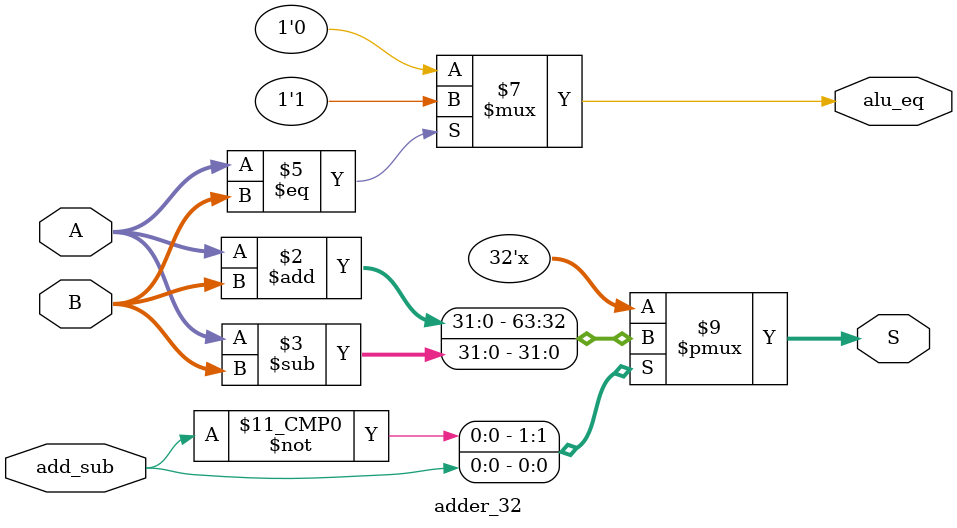
<source format=v>
`timescale 1ns / 1ps
module adder_32(A, B, S, add_sub,alu_eq);
   input [31:0] A, B;
   output reg [31:0] S;
	output reg alu_eq;
   input add_sub;

   always @(A, B, add_sub) begin
      case ( add_sub )
         0 : S = A + B;
         1 : S = A - B;
      endcase
   end
	always @(A, B) begin
      if (A==B) begin
			alu_eq = 1;
		end
		else begin
			alu_eq=0;
		end
   end
endmodule

</source>
